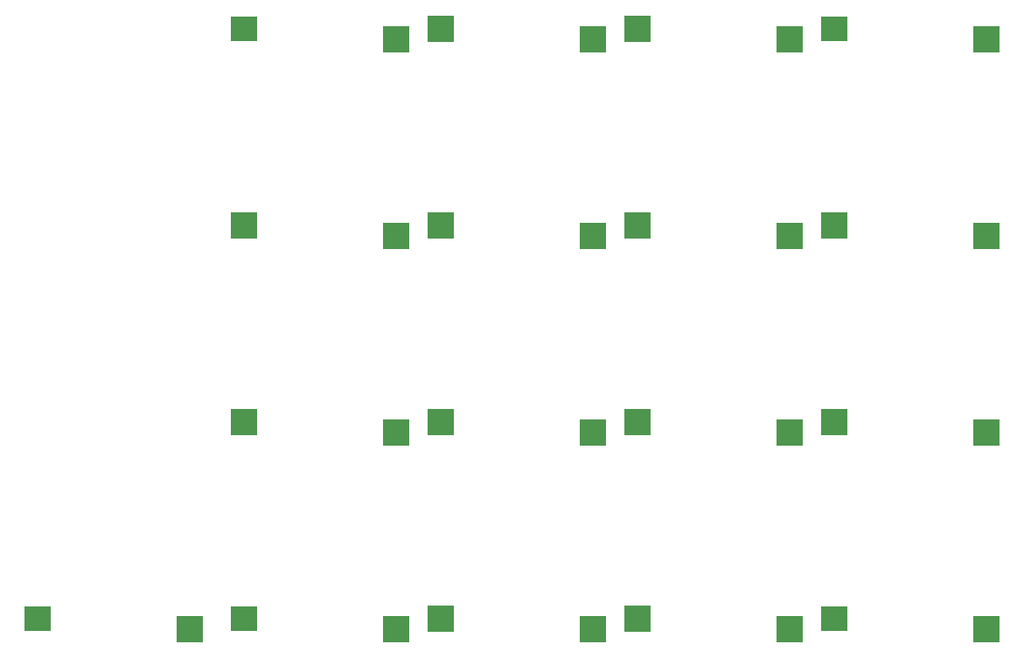
<source format=gbp>
G04 #@! TF.GenerationSoftware,KiCad,Pcbnew,9.0.7*
G04 #@! TF.CreationDate,2026-01-19T20:35:09+01:00*
G04 #@! TF.ProjectId,dumbpad,64756d62-7061-4642-9e6b-696361645f70,rev?*
G04 #@! TF.SameCoordinates,Original*
G04 #@! TF.FileFunction,Paste,Bot*
G04 #@! TF.FilePolarity,Positive*
%FSLAX46Y46*%
G04 Gerber Fmt 4.6, Leading zero omitted, Abs format (unit mm)*
G04 Created by KiCad (PCBNEW 9.0.7) date 2026-01-19 20:35:09*
%MOMM*%
%LPD*%
G01*
G04 APERTURE LIST*
%ADD10R,2.550000X2.475000*%
%ADD11R,2.550000X2.550000*%
G04 APERTURE END LIST*
D10*
X121726100Y-80991100D03*
D11*
X136476100Y-82003600D03*
X178876100Y-119053600D03*
X193626100Y-120103600D03*
D10*
X178876100Y-138141100D03*
D11*
X193626100Y-139153600D03*
X121726100Y-119053600D03*
X136476100Y-120103600D03*
X140776100Y-138103600D03*
X155526100Y-139153600D03*
D10*
X178876100Y-80991100D03*
D11*
X193626100Y-82003600D03*
X159826100Y-138103600D03*
X174576100Y-139153600D03*
D10*
X121726100Y-138141100D03*
D11*
X136476100Y-139153600D03*
X140776100Y-119053600D03*
X155526100Y-120103600D03*
X159826100Y-100003600D03*
X174576100Y-101053600D03*
X121726100Y-100003600D03*
X136476100Y-101053600D03*
X159826100Y-119053600D03*
X174576100Y-120103600D03*
X178876100Y-100003600D03*
X193626100Y-101053600D03*
X140776100Y-100003600D03*
X155526100Y-101053600D03*
X159826100Y-80953600D03*
X174576100Y-82003600D03*
X140776100Y-80953600D03*
X155526100Y-82003600D03*
D10*
X101776100Y-138141100D03*
D11*
X116526100Y-139153600D03*
M02*

</source>
